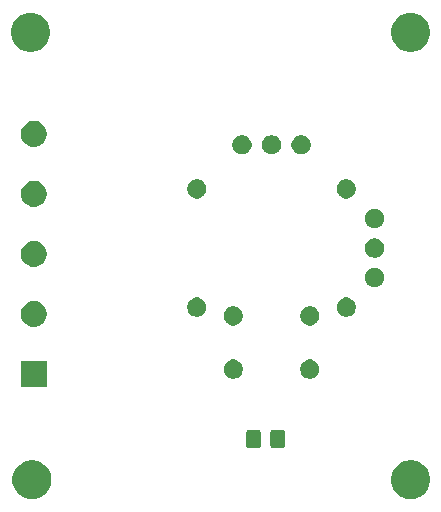
<source format=gbr>
G04 #@! TF.GenerationSoftware,KiCad,Pcbnew,(5.1.5)-3*
G04 #@! TF.CreationDate,2020-07-03T21:41:32-07:00*
G04 #@! TF.ProjectId,joystick,6a6f7973-7469-4636-9b2e-6b696361645f,rev?*
G04 #@! TF.SameCoordinates,Original*
G04 #@! TF.FileFunction,Soldermask,Top*
G04 #@! TF.FilePolarity,Negative*
%FSLAX46Y46*%
G04 Gerber Fmt 4.6, Leading zero omitted, Abs format (unit mm)*
G04 Created by KiCad (PCBNEW (5.1.5)-3) date 2020-07-03 21:41:32*
%MOMM*%
%LPD*%
G04 APERTURE LIST*
%ADD10C,0.100000*%
G04 APERTURE END LIST*
D10*
G36*
X120923656Y-80064998D02*
G01*
X121029979Y-80086147D01*
X121330442Y-80210603D01*
X121600851Y-80391285D01*
X121830815Y-80621249D01*
X122011497Y-80891658D01*
X122135953Y-81192121D01*
X122199400Y-81511091D01*
X122199400Y-81836309D01*
X122135953Y-82155279D01*
X122011497Y-82455742D01*
X121830815Y-82726151D01*
X121600851Y-82956115D01*
X121330442Y-83136797D01*
X121029979Y-83261253D01*
X120923656Y-83282402D01*
X120711011Y-83324700D01*
X120385789Y-83324700D01*
X120173144Y-83282402D01*
X120066821Y-83261253D01*
X119766358Y-83136797D01*
X119495949Y-82956115D01*
X119265985Y-82726151D01*
X119085303Y-82455742D01*
X118960847Y-82155279D01*
X118897400Y-81836309D01*
X118897400Y-81511091D01*
X118960847Y-81192121D01*
X119085303Y-80891658D01*
X119265985Y-80621249D01*
X119495949Y-80391285D01*
X119766358Y-80210603D01*
X120066821Y-80086147D01*
X120173144Y-80064998D01*
X120385789Y-80022700D01*
X120711011Y-80022700D01*
X120923656Y-80064998D01*
G37*
G36*
X88856156Y-80064998D02*
G01*
X88962479Y-80086147D01*
X89262942Y-80210603D01*
X89533351Y-80391285D01*
X89763315Y-80621249D01*
X89943997Y-80891658D01*
X90068453Y-81192121D01*
X90131900Y-81511091D01*
X90131900Y-81836309D01*
X90068453Y-82155279D01*
X89943997Y-82455742D01*
X89763315Y-82726151D01*
X89533351Y-82956115D01*
X89262942Y-83136797D01*
X88962479Y-83261253D01*
X88856156Y-83282402D01*
X88643511Y-83324700D01*
X88318289Y-83324700D01*
X88105644Y-83282402D01*
X87999321Y-83261253D01*
X87698858Y-83136797D01*
X87428449Y-82956115D01*
X87198485Y-82726151D01*
X87017803Y-82455742D01*
X86893347Y-82155279D01*
X86829900Y-81836309D01*
X86829900Y-81511091D01*
X86893347Y-81192121D01*
X87017803Y-80891658D01*
X87198485Y-80621249D01*
X87428449Y-80391285D01*
X87698858Y-80210603D01*
X87999321Y-80086147D01*
X88105644Y-80064998D01*
X88318289Y-80022700D01*
X88643511Y-80022700D01*
X88856156Y-80064998D01*
G37*
G36*
X107702474Y-77472765D02*
G01*
X107740167Y-77484199D01*
X107774903Y-77502766D01*
X107805348Y-77527752D01*
X107830334Y-77558197D01*
X107848901Y-77592933D01*
X107860335Y-77630626D01*
X107864800Y-77675961D01*
X107864800Y-78762639D01*
X107860335Y-78807974D01*
X107848901Y-78845667D01*
X107830334Y-78880403D01*
X107805348Y-78910848D01*
X107774903Y-78935834D01*
X107740167Y-78954401D01*
X107702474Y-78965835D01*
X107657139Y-78970300D01*
X106820461Y-78970300D01*
X106775126Y-78965835D01*
X106737433Y-78954401D01*
X106702697Y-78935834D01*
X106672252Y-78910848D01*
X106647266Y-78880403D01*
X106628699Y-78845667D01*
X106617265Y-78807974D01*
X106612800Y-78762639D01*
X106612800Y-77675961D01*
X106617265Y-77630626D01*
X106628699Y-77592933D01*
X106647266Y-77558197D01*
X106672252Y-77527752D01*
X106702697Y-77502766D01*
X106737433Y-77484199D01*
X106775126Y-77472765D01*
X106820461Y-77468300D01*
X107657139Y-77468300D01*
X107702474Y-77472765D01*
G37*
G36*
X109752474Y-77472765D02*
G01*
X109790167Y-77484199D01*
X109824903Y-77502766D01*
X109855348Y-77527752D01*
X109880334Y-77558197D01*
X109898901Y-77592933D01*
X109910335Y-77630626D01*
X109914800Y-77675961D01*
X109914800Y-78762639D01*
X109910335Y-78807974D01*
X109898901Y-78845667D01*
X109880334Y-78880403D01*
X109855348Y-78910848D01*
X109824903Y-78935834D01*
X109790167Y-78954401D01*
X109752474Y-78965835D01*
X109707139Y-78970300D01*
X108870461Y-78970300D01*
X108825126Y-78965835D01*
X108787433Y-78954401D01*
X108752697Y-78935834D01*
X108722252Y-78910848D01*
X108697266Y-78880403D01*
X108678699Y-78845667D01*
X108667265Y-78807974D01*
X108662800Y-78762639D01*
X108662800Y-77675961D01*
X108667265Y-77630626D01*
X108678699Y-77592933D01*
X108697266Y-77558197D01*
X108722252Y-77527752D01*
X108752697Y-77502766D01*
X108787433Y-77484199D01*
X108825126Y-77472765D01*
X108870461Y-77468300D01*
X109707139Y-77468300D01*
X109752474Y-77472765D01*
G37*
G36*
X89747000Y-73821200D02*
G01*
X87545000Y-73821200D01*
X87545000Y-71619200D01*
X89747000Y-71619200D01*
X89747000Y-73821200D01*
G37*
G36*
X112249542Y-71524242D02*
G01*
X112397501Y-71585529D01*
X112530655Y-71674499D01*
X112643901Y-71787745D01*
X112732871Y-71920899D01*
X112794158Y-72068858D01*
X112825400Y-72225925D01*
X112825400Y-72386075D01*
X112794158Y-72543142D01*
X112732871Y-72691101D01*
X112643901Y-72824255D01*
X112530655Y-72937501D01*
X112397501Y-73026471D01*
X112249542Y-73087758D01*
X112092475Y-73119000D01*
X111932325Y-73119000D01*
X111775258Y-73087758D01*
X111627299Y-73026471D01*
X111494145Y-72937501D01*
X111380899Y-72824255D01*
X111291929Y-72691101D01*
X111230642Y-72543142D01*
X111199400Y-72386075D01*
X111199400Y-72225925D01*
X111230642Y-72068858D01*
X111291929Y-71920899D01*
X111380899Y-71787745D01*
X111494145Y-71674499D01*
X111627299Y-71585529D01*
X111775258Y-71524242D01*
X111932325Y-71493000D01*
X112092475Y-71493000D01*
X112249542Y-71524242D01*
G37*
G36*
X105749542Y-71524242D02*
G01*
X105897501Y-71585529D01*
X106030655Y-71674499D01*
X106143901Y-71787745D01*
X106232871Y-71920899D01*
X106294158Y-72068858D01*
X106325400Y-72225925D01*
X106325400Y-72386075D01*
X106294158Y-72543142D01*
X106232871Y-72691101D01*
X106143901Y-72824255D01*
X106030655Y-72937501D01*
X105897501Y-73026471D01*
X105749542Y-73087758D01*
X105592475Y-73119000D01*
X105432325Y-73119000D01*
X105275258Y-73087758D01*
X105127299Y-73026471D01*
X104994145Y-72937501D01*
X104880899Y-72824255D01*
X104791929Y-72691101D01*
X104730642Y-72543142D01*
X104699400Y-72386075D01*
X104699400Y-72225925D01*
X104730642Y-72068858D01*
X104791929Y-71920899D01*
X104880899Y-71787745D01*
X104994145Y-71674499D01*
X105127299Y-71585529D01*
X105275258Y-71524242D01*
X105432325Y-71493000D01*
X105592475Y-71493000D01*
X105749542Y-71524242D01*
G37*
G36*
X88860794Y-66560355D02*
G01*
X88967150Y-66581511D01*
X89067334Y-66623009D01*
X89167520Y-66664507D01*
X89347844Y-66784995D01*
X89501205Y-66938356D01*
X89621693Y-67118680D01*
X89704689Y-67319051D01*
X89747000Y-67531760D01*
X89747000Y-67748640D01*
X89704689Y-67961349D01*
X89621693Y-68161720D01*
X89501205Y-68342044D01*
X89347844Y-68495405D01*
X89167520Y-68615893D01*
X89067334Y-68657391D01*
X88967150Y-68698889D01*
X88860795Y-68720044D01*
X88754440Y-68741200D01*
X88537560Y-68741200D01*
X88431205Y-68720044D01*
X88324850Y-68698889D01*
X88224666Y-68657391D01*
X88124480Y-68615893D01*
X87944156Y-68495405D01*
X87790795Y-68342044D01*
X87670307Y-68161720D01*
X87587311Y-67961349D01*
X87545000Y-67748640D01*
X87545000Y-67531760D01*
X87587311Y-67319051D01*
X87670307Y-67118680D01*
X87790795Y-66938356D01*
X87944156Y-66784995D01*
X88124480Y-66664507D01*
X88224666Y-66623009D01*
X88324850Y-66581511D01*
X88431206Y-66560355D01*
X88537560Y-66539200D01*
X88754440Y-66539200D01*
X88860794Y-66560355D01*
G37*
G36*
X112249542Y-67024242D02*
G01*
X112397501Y-67085529D01*
X112530655Y-67174499D01*
X112643901Y-67287745D01*
X112732871Y-67420899D01*
X112794158Y-67568858D01*
X112825400Y-67725925D01*
X112825400Y-67886075D01*
X112794158Y-68043142D01*
X112732871Y-68191101D01*
X112643901Y-68324255D01*
X112530655Y-68437501D01*
X112397501Y-68526471D01*
X112249542Y-68587758D01*
X112092475Y-68619000D01*
X111932325Y-68619000D01*
X111775258Y-68587758D01*
X111627299Y-68526471D01*
X111494145Y-68437501D01*
X111380899Y-68324255D01*
X111291929Y-68191101D01*
X111230642Y-68043142D01*
X111199400Y-67886075D01*
X111199400Y-67725925D01*
X111230642Y-67568858D01*
X111291929Y-67420899D01*
X111380899Y-67287745D01*
X111494145Y-67174499D01*
X111627299Y-67085529D01*
X111775258Y-67024242D01*
X111932325Y-66993000D01*
X112092475Y-66993000D01*
X112249542Y-67024242D01*
G37*
G36*
X105749542Y-67024242D02*
G01*
X105897501Y-67085529D01*
X106030655Y-67174499D01*
X106143901Y-67287745D01*
X106232871Y-67420899D01*
X106294158Y-67568858D01*
X106325400Y-67725925D01*
X106325400Y-67886075D01*
X106294158Y-68043142D01*
X106232871Y-68191101D01*
X106143901Y-68324255D01*
X106030655Y-68437501D01*
X105897501Y-68526471D01*
X105749542Y-68587758D01*
X105592475Y-68619000D01*
X105432325Y-68619000D01*
X105275258Y-68587758D01*
X105127299Y-68526471D01*
X104994145Y-68437501D01*
X104880899Y-68324255D01*
X104791929Y-68191101D01*
X104730642Y-68043142D01*
X104699400Y-67886075D01*
X104699400Y-67725925D01*
X104730642Y-67568858D01*
X104791929Y-67420899D01*
X104880899Y-67287745D01*
X104994145Y-67174499D01*
X105127299Y-67085529D01*
X105275258Y-67024242D01*
X105432325Y-66993000D01*
X105592475Y-66993000D01*
X105749542Y-67024242D01*
G37*
G36*
X102674542Y-66274242D02*
G01*
X102822501Y-66335529D01*
X102955655Y-66424499D01*
X103068901Y-66537745D01*
X103157871Y-66670899D01*
X103219158Y-66818858D01*
X103250400Y-66975925D01*
X103250400Y-67136075D01*
X103219158Y-67293142D01*
X103157871Y-67441101D01*
X103068901Y-67574255D01*
X102955655Y-67687501D01*
X102822501Y-67776471D01*
X102674542Y-67837758D01*
X102517475Y-67869000D01*
X102357325Y-67869000D01*
X102200258Y-67837758D01*
X102052299Y-67776471D01*
X101919145Y-67687501D01*
X101805899Y-67574255D01*
X101716929Y-67441101D01*
X101655642Y-67293142D01*
X101624400Y-67136075D01*
X101624400Y-66975925D01*
X101655642Y-66818858D01*
X101716929Y-66670899D01*
X101805899Y-66537745D01*
X101919145Y-66424499D01*
X102052299Y-66335529D01*
X102200258Y-66274242D01*
X102357325Y-66243000D01*
X102517475Y-66243000D01*
X102674542Y-66274242D01*
G37*
G36*
X115324542Y-66274242D02*
G01*
X115472501Y-66335529D01*
X115605655Y-66424499D01*
X115718901Y-66537745D01*
X115807871Y-66670899D01*
X115869158Y-66818858D01*
X115900400Y-66975925D01*
X115900400Y-67136075D01*
X115869158Y-67293142D01*
X115807871Y-67441101D01*
X115718901Y-67574255D01*
X115605655Y-67687501D01*
X115472501Y-67776471D01*
X115324542Y-67837758D01*
X115167475Y-67869000D01*
X115007325Y-67869000D01*
X114850258Y-67837758D01*
X114702299Y-67776471D01*
X114569145Y-67687501D01*
X114455899Y-67574255D01*
X114366929Y-67441101D01*
X114305642Y-67293142D01*
X114274400Y-67136075D01*
X114274400Y-66975925D01*
X114305642Y-66818858D01*
X114366929Y-66670899D01*
X114455899Y-66537745D01*
X114569145Y-66424499D01*
X114702299Y-66335529D01*
X114850258Y-66274242D01*
X115007325Y-66243000D01*
X115167475Y-66243000D01*
X115324542Y-66274242D01*
G37*
G36*
X117729542Y-63774242D02*
G01*
X117877501Y-63835529D01*
X118010655Y-63924499D01*
X118123901Y-64037745D01*
X118212871Y-64170899D01*
X118274158Y-64318858D01*
X118305400Y-64475925D01*
X118305400Y-64636075D01*
X118274158Y-64793142D01*
X118212871Y-64941101D01*
X118123901Y-65074255D01*
X118010655Y-65187501D01*
X117877501Y-65276471D01*
X117729542Y-65337758D01*
X117572475Y-65369000D01*
X117412325Y-65369000D01*
X117255258Y-65337758D01*
X117107299Y-65276471D01*
X116974145Y-65187501D01*
X116860899Y-65074255D01*
X116771929Y-64941101D01*
X116710642Y-64793142D01*
X116679400Y-64636075D01*
X116679400Y-64475925D01*
X116710642Y-64318858D01*
X116771929Y-64170899D01*
X116860899Y-64037745D01*
X116974145Y-63924499D01*
X117107299Y-63835529D01*
X117255258Y-63774242D01*
X117412325Y-63743000D01*
X117572475Y-63743000D01*
X117729542Y-63774242D01*
G37*
G36*
X88860794Y-61480355D02*
G01*
X88967150Y-61501511D01*
X89054621Y-61537743D01*
X89167520Y-61584507D01*
X89347844Y-61704995D01*
X89501205Y-61858356D01*
X89621693Y-62038680D01*
X89704689Y-62239051D01*
X89747000Y-62451760D01*
X89747000Y-62668640D01*
X89743248Y-62687501D01*
X89707146Y-62869000D01*
X89704689Y-62881349D01*
X89621693Y-63081720D01*
X89501205Y-63262044D01*
X89347844Y-63415405D01*
X89167520Y-63535893D01*
X88967150Y-63618889D01*
X88860794Y-63640045D01*
X88754440Y-63661200D01*
X88537560Y-63661200D01*
X88431206Y-63640045D01*
X88324850Y-63618889D01*
X88124480Y-63535893D01*
X87944156Y-63415405D01*
X87790795Y-63262044D01*
X87670307Y-63081720D01*
X87587311Y-62881349D01*
X87584855Y-62869000D01*
X87548752Y-62687501D01*
X87545000Y-62668640D01*
X87545000Y-62451760D01*
X87587311Y-62239051D01*
X87670307Y-62038680D01*
X87790795Y-61858356D01*
X87944156Y-61704995D01*
X88124480Y-61584507D01*
X88237379Y-61537743D01*
X88324850Y-61501511D01*
X88431206Y-61480355D01*
X88537560Y-61459200D01*
X88754440Y-61459200D01*
X88860794Y-61480355D01*
G37*
G36*
X117729542Y-61274242D02*
G01*
X117877501Y-61335529D01*
X118010655Y-61424499D01*
X118123901Y-61537745D01*
X118212871Y-61670899D01*
X118274158Y-61818858D01*
X118305400Y-61975925D01*
X118305400Y-62136075D01*
X118274158Y-62293142D01*
X118212871Y-62441101D01*
X118123901Y-62574255D01*
X118010655Y-62687501D01*
X117877501Y-62776471D01*
X117729542Y-62837758D01*
X117572475Y-62869000D01*
X117412325Y-62869000D01*
X117255258Y-62837758D01*
X117107299Y-62776471D01*
X116974145Y-62687501D01*
X116860899Y-62574255D01*
X116771929Y-62441101D01*
X116710642Y-62293142D01*
X116679400Y-62136075D01*
X116679400Y-61975925D01*
X116710642Y-61818858D01*
X116771929Y-61670899D01*
X116860899Y-61537745D01*
X116974145Y-61424499D01*
X117107299Y-61335529D01*
X117255258Y-61274242D01*
X117412325Y-61243000D01*
X117572475Y-61243000D01*
X117729542Y-61274242D01*
G37*
G36*
X117729542Y-58774242D02*
G01*
X117877501Y-58835529D01*
X118010655Y-58924499D01*
X118123901Y-59037745D01*
X118212871Y-59170899D01*
X118274158Y-59318858D01*
X118305400Y-59475925D01*
X118305400Y-59636075D01*
X118274158Y-59793142D01*
X118212871Y-59941101D01*
X118123901Y-60074255D01*
X118010655Y-60187501D01*
X117877501Y-60276471D01*
X117729542Y-60337758D01*
X117572475Y-60369000D01*
X117412325Y-60369000D01*
X117255258Y-60337758D01*
X117107299Y-60276471D01*
X116974145Y-60187501D01*
X116860899Y-60074255D01*
X116771929Y-59941101D01*
X116710642Y-59793142D01*
X116679400Y-59636075D01*
X116679400Y-59475925D01*
X116710642Y-59318858D01*
X116771929Y-59170899D01*
X116860899Y-59037745D01*
X116974145Y-58924499D01*
X117107299Y-58835529D01*
X117255258Y-58774242D01*
X117412325Y-58743000D01*
X117572475Y-58743000D01*
X117729542Y-58774242D01*
G37*
G36*
X88860795Y-56400356D02*
G01*
X88967150Y-56421511D01*
X88974368Y-56424501D01*
X89167520Y-56504507D01*
X89347844Y-56624995D01*
X89501205Y-56778356D01*
X89621693Y-56958680D01*
X89621693Y-56958681D01*
X89704689Y-57159050D01*
X89747000Y-57371761D01*
X89747000Y-57588639D01*
X89704689Y-57801350D01*
X89689608Y-57837758D01*
X89621693Y-58001720D01*
X89501205Y-58182044D01*
X89347844Y-58335405D01*
X89167520Y-58455893D01*
X88967150Y-58538889D01*
X88860795Y-58560044D01*
X88754440Y-58581200D01*
X88537560Y-58581200D01*
X88431205Y-58560044D01*
X88324850Y-58538889D01*
X88124480Y-58455893D01*
X87944156Y-58335405D01*
X87790795Y-58182044D01*
X87670307Y-58001720D01*
X87602392Y-57837758D01*
X87587311Y-57801350D01*
X87545000Y-57588639D01*
X87545000Y-57371761D01*
X87587311Y-57159050D01*
X87670307Y-56958681D01*
X87670307Y-56958680D01*
X87790795Y-56778356D01*
X87944156Y-56624995D01*
X88124480Y-56504507D01*
X88317632Y-56424501D01*
X88324850Y-56421511D01*
X88431205Y-56400356D01*
X88537560Y-56379200D01*
X88754440Y-56379200D01*
X88860795Y-56400356D01*
G37*
G36*
X102674542Y-56274242D02*
G01*
X102822501Y-56335529D01*
X102955655Y-56424499D01*
X103068901Y-56537745D01*
X103157871Y-56670899D01*
X103219158Y-56818858D01*
X103250400Y-56975925D01*
X103250400Y-57136075D01*
X103219158Y-57293142D01*
X103157871Y-57441101D01*
X103068901Y-57574255D01*
X102955655Y-57687501D01*
X102822501Y-57776471D01*
X102674542Y-57837758D01*
X102517475Y-57869000D01*
X102357325Y-57869000D01*
X102200258Y-57837758D01*
X102052299Y-57776471D01*
X101919145Y-57687501D01*
X101805899Y-57574255D01*
X101716929Y-57441101D01*
X101655642Y-57293142D01*
X101624400Y-57136075D01*
X101624400Y-56975925D01*
X101655642Y-56818858D01*
X101716929Y-56670899D01*
X101805899Y-56537745D01*
X101919145Y-56424499D01*
X102052299Y-56335529D01*
X102200258Y-56274242D01*
X102357325Y-56243000D01*
X102517475Y-56243000D01*
X102674542Y-56274242D01*
G37*
G36*
X115324542Y-56274242D02*
G01*
X115472501Y-56335529D01*
X115605655Y-56424499D01*
X115718901Y-56537745D01*
X115807871Y-56670899D01*
X115869158Y-56818858D01*
X115900400Y-56975925D01*
X115900400Y-57136075D01*
X115869158Y-57293142D01*
X115807871Y-57441101D01*
X115718901Y-57574255D01*
X115605655Y-57687501D01*
X115472501Y-57776471D01*
X115324542Y-57837758D01*
X115167475Y-57869000D01*
X115007325Y-57869000D01*
X114850258Y-57837758D01*
X114702299Y-57776471D01*
X114569145Y-57687501D01*
X114455899Y-57574255D01*
X114366929Y-57441101D01*
X114305642Y-57293142D01*
X114274400Y-57136075D01*
X114274400Y-56975925D01*
X114305642Y-56818858D01*
X114366929Y-56670899D01*
X114455899Y-56537745D01*
X114569145Y-56424499D01*
X114702299Y-56335529D01*
X114850258Y-56274242D01*
X115007325Y-56243000D01*
X115167475Y-56243000D01*
X115324542Y-56274242D01*
G37*
G36*
X106499542Y-52544242D02*
G01*
X106647501Y-52605529D01*
X106780655Y-52694499D01*
X106893901Y-52807745D01*
X106982871Y-52940899D01*
X107044158Y-53088858D01*
X107075400Y-53245925D01*
X107075400Y-53406075D01*
X107044158Y-53563142D01*
X106982871Y-53711101D01*
X106893901Y-53844255D01*
X106780655Y-53957501D01*
X106647501Y-54046471D01*
X106499542Y-54107758D01*
X106342475Y-54139000D01*
X106182325Y-54139000D01*
X106025258Y-54107758D01*
X105877299Y-54046471D01*
X105744145Y-53957501D01*
X105630899Y-53844255D01*
X105541929Y-53711101D01*
X105480642Y-53563142D01*
X105449400Y-53406075D01*
X105449400Y-53245925D01*
X105480642Y-53088858D01*
X105541929Y-52940899D01*
X105630899Y-52807745D01*
X105744145Y-52694499D01*
X105877299Y-52605529D01*
X106025258Y-52544242D01*
X106182325Y-52513000D01*
X106342475Y-52513000D01*
X106499542Y-52544242D01*
G37*
G36*
X108999542Y-52544242D02*
G01*
X109147501Y-52605529D01*
X109280655Y-52694499D01*
X109393901Y-52807745D01*
X109482871Y-52940899D01*
X109544158Y-53088858D01*
X109575400Y-53245925D01*
X109575400Y-53406075D01*
X109544158Y-53563142D01*
X109482871Y-53711101D01*
X109393901Y-53844255D01*
X109280655Y-53957501D01*
X109147501Y-54046471D01*
X108999542Y-54107758D01*
X108842475Y-54139000D01*
X108682325Y-54139000D01*
X108525258Y-54107758D01*
X108377299Y-54046471D01*
X108244145Y-53957501D01*
X108130899Y-53844255D01*
X108041929Y-53711101D01*
X107980642Y-53563142D01*
X107949400Y-53406075D01*
X107949400Y-53245925D01*
X107980642Y-53088858D01*
X108041929Y-52940899D01*
X108130899Y-52807745D01*
X108244145Y-52694499D01*
X108377299Y-52605529D01*
X108525258Y-52544242D01*
X108682325Y-52513000D01*
X108842475Y-52513000D01*
X108999542Y-52544242D01*
G37*
G36*
X111499542Y-52544242D02*
G01*
X111647501Y-52605529D01*
X111780655Y-52694499D01*
X111893901Y-52807745D01*
X111982871Y-52940899D01*
X112044158Y-53088858D01*
X112075400Y-53245925D01*
X112075400Y-53406075D01*
X112044158Y-53563142D01*
X111982871Y-53711101D01*
X111893901Y-53844255D01*
X111780655Y-53957501D01*
X111647501Y-54046471D01*
X111499542Y-54107758D01*
X111342475Y-54139000D01*
X111182325Y-54139000D01*
X111025258Y-54107758D01*
X110877299Y-54046471D01*
X110744145Y-53957501D01*
X110630899Y-53844255D01*
X110541929Y-53711101D01*
X110480642Y-53563142D01*
X110449400Y-53406075D01*
X110449400Y-53245925D01*
X110480642Y-53088858D01*
X110541929Y-52940899D01*
X110630899Y-52807745D01*
X110744145Y-52694499D01*
X110877299Y-52605529D01*
X111025258Y-52544242D01*
X111182325Y-52513000D01*
X111342475Y-52513000D01*
X111499542Y-52544242D01*
G37*
G36*
X88860794Y-51320355D02*
G01*
X88967150Y-51341511D01*
X89167520Y-51424507D01*
X89347844Y-51544995D01*
X89501205Y-51698356D01*
X89621693Y-51878680D01*
X89621693Y-51878681D01*
X89704689Y-52079050D01*
X89747000Y-52291761D01*
X89747000Y-52508639D01*
X89710030Y-52694501D01*
X89704689Y-52721349D01*
X89621693Y-52921720D01*
X89501205Y-53102044D01*
X89347844Y-53255405D01*
X89167520Y-53375893D01*
X89094656Y-53406074D01*
X88967150Y-53458889D01*
X88860795Y-53480044D01*
X88754440Y-53501200D01*
X88537560Y-53501200D01*
X88431205Y-53480044D01*
X88324850Y-53458889D01*
X88197344Y-53406074D01*
X88124480Y-53375893D01*
X87944156Y-53255405D01*
X87790795Y-53102044D01*
X87670307Y-52921720D01*
X87587311Y-52721349D01*
X87581971Y-52694501D01*
X87545000Y-52508639D01*
X87545000Y-52291761D01*
X87587311Y-52079050D01*
X87670307Y-51878681D01*
X87670307Y-51878680D01*
X87790795Y-51698356D01*
X87944156Y-51544995D01*
X88124480Y-51424507D01*
X88324850Y-51341511D01*
X88431206Y-51320355D01*
X88537560Y-51299200D01*
X88754440Y-51299200D01*
X88860794Y-51320355D01*
G37*
G36*
X88741856Y-42180898D02*
G01*
X88848179Y-42202047D01*
X89148642Y-42326503D01*
X89419051Y-42507185D01*
X89649015Y-42737149D01*
X89829697Y-43007558D01*
X89954153Y-43308021D01*
X90017600Y-43626991D01*
X90017600Y-43952209D01*
X89954153Y-44271179D01*
X89829697Y-44571642D01*
X89649015Y-44842051D01*
X89419051Y-45072015D01*
X89148642Y-45252697D01*
X88848179Y-45377153D01*
X88741856Y-45398302D01*
X88529211Y-45440600D01*
X88203989Y-45440600D01*
X87991344Y-45398302D01*
X87885021Y-45377153D01*
X87584558Y-45252697D01*
X87314149Y-45072015D01*
X87084185Y-44842051D01*
X86903503Y-44571642D01*
X86779047Y-44271179D01*
X86715600Y-43952209D01*
X86715600Y-43626991D01*
X86779047Y-43308021D01*
X86903503Y-43007558D01*
X87084185Y-42737149D01*
X87314149Y-42507185D01*
X87584558Y-42326503D01*
X87885021Y-42202047D01*
X87991344Y-42180898D01*
X88203989Y-42138600D01*
X88529211Y-42138600D01*
X88741856Y-42180898D01*
G37*
G36*
X120923656Y-42180898D02*
G01*
X121029979Y-42202047D01*
X121330442Y-42326503D01*
X121600851Y-42507185D01*
X121830815Y-42737149D01*
X122011497Y-43007558D01*
X122135953Y-43308021D01*
X122199400Y-43626991D01*
X122199400Y-43952209D01*
X122135953Y-44271179D01*
X122011497Y-44571642D01*
X121830815Y-44842051D01*
X121600851Y-45072015D01*
X121330442Y-45252697D01*
X121029979Y-45377153D01*
X120923656Y-45398302D01*
X120711011Y-45440600D01*
X120385789Y-45440600D01*
X120173144Y-45398302D01*
X120066821Y-45377153D01*
X119766358Y-45252697D01*
X119495949Y-45072015D01*
X119265985Y-44842051D01*
X119085303Y-44571642D01*
X118960847Y-44271179D01*
X118897400Y-43952209D01*
X118897400Y-43626991D01*
X118960847Y-43308021D01*
X119085303Y-43007558D01*
X119265985Y-42737149D01*
X119495949Y-42507185D01*
X119766358Y-42326503D01*
X120066821Y-42202047D01*
X120173144Y-42180898D01*
X120385789Y-42138600D01*
X120711011Y-42138600D01*
X120923656Y-42180898D01*
G37*
M02*

</source>
